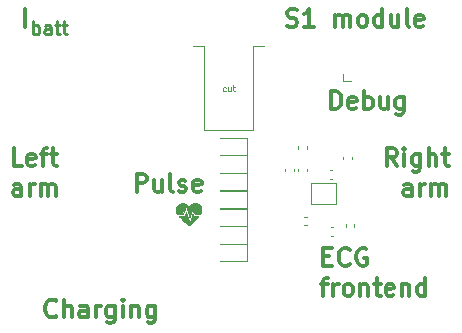
<source format=gbr>
%TF.GenerationSoftware,KiCad,Pcbnew,(5.1.9-0-10_14)*%
%TF.CreationDate,2021-08-19T00:24:07+02:00*%
%TF.ProjectId,s1-ecg-demo,73312d65-6367-42d6-9465-6d6f2e6b6963,1*%
%TF.SameCoordinates,Original*%
%TF.FileFunction,Legend,Top*%
%TF.FilePolarity,Positive*%
%FSLAX46Y46*%
G04 Gerber Fmt 4.6, Leading zero omitted, Abs format (unit mm)*
G04 Created by KiCad (PCBNEW (5.1.9-0-10_14)) date 2021-08-19 00:24:07*
%MOMM*%
%LPD*%
G01*
G04 APERTURE LIST*
%ADD10C,0.300000*%
%ADD11C,0.275000*%
%ADD12C,0.120000*%
%ADD13C,0.010000*%
%ADD14C,0.050000*%
%ADD15C,0.100000*%
G04 APERTURE END LIST*
D10*
X131335714Y-105128571D02*
X131335714Y-103628571D01*
X131907142Y-103628571D01*
X132050000Y-103700000D01*
X132121428Y-103771428D01*
X132192857Y-103914285D01*
X132192857Y-104128571D01*
X132121428Y-104271428D01*
X132050000Y-104342857D01*
X131907142Y-104414285D01*
X131335714Y-104414285D01*
X133478571Y-104128571D02*
X133478571Y-105128571D01*
X132835714Y-104128571D02*
X132835714Y-104914285D01*
X132907142Y-105057142D01*
X133050000Y-105128571D01*
X133264285Y-105128571D01*
X133407142Y-105057142D01*
X133478571Y-104985714D01*
X134407142Y-105128571D02*
X134264285Y-105057142D01*
X134192857Y-104914285D01*
X134192857Y-103628571D01*
X134907142Y-105057142D02*
X135050000Y-105128571D01*
X135335714Y-105128571D01*
X135478571Y-105057142D01*
X135550000Y-104914285D01*
X135550000Y-104842857D01*
X135478571Y-104700000D01*
X135335714Y-104628571D01*
X135121428Y-104628571D01*
X134978571Y-104557142D01*
X134907142Y-104414285D01*
X134907142Y-104342857D01*
X134978571Y-104200000D01*
X135121428Y-104128571D01*
X135335714Y-104128571D01*
X135478571Y-104200000D01*
X136764285Y-105057142D02*
X136621428Y-105128571D01*
X136335714Y-105128571D01*
X136192857Y-105057142D01*
X136121428Y-104914285D01*
X136121428Y-104342857D01*
X136192857Y-104200000D01*
X136335714Y-104128571D01*
X136621428Y-104128571D01*
X136764285Y-104200000D01*
X136835714Y-104342857D01*
X136835714Y-104485714D01*
X136121428Y-104628571D01*
D11*
X122585535Y-91797619D02*
X122585535Y-90697619D01*
X122585535Y-91116666D02*
X122690297Y-91064285D01*
X122899821Y-91064285D01*
X123004583Y-91116666D01*
X123056964Y-91169047D01*
X123109345Y-91273809D01*
X123109345Y-91588095D01*
X123056964Y-91692857D01*
X123004583Y-91745238D01*
X122899821Y-91797619D01*
X122690297Y-91797619D01*
X122585535Y-91745238D01*
X124052202Y-91797619D02*
X124052202Y-91221428D01*
X123999821Y-91116666D01*
X123895059Y-91064285D01*
X123685535Y-91064285D01*
X123580773Y-91116666D01*
X124052202Y-91745238D02*
X123947440Y-91797619D01*
X123685535Y-91797619D01*
X123580773Y-91745238D01*
X123528392Y-91640476D01*
X123528392Y-91535714D01*
X123580773Y-91430952D01*
X123685535Y-91378571D01*
X123947440Y-91378571D01*
X124052202Y-91326190D01*
X124418869Y-91064285D02*
X124837916Y-91064285D01*
X124576011Y-90697619D02*
X124576011Y-91640476D01*
X124628392Y-91745238D01*
X124733154Y-91797619D01*
X124837916Y-91797619D01*
X125047440Y-91064285D02*
X125466488Y-91064285D01*
X125204583Y-90697619D02*
X125204583Y-91640476D01*
X125256964Y-91745238D01*
X125361726Y-91797619D01*
X125466488Y-91797619D01*
D10*
X121897857Y-91178571D02*
X121897857Y-89678571D01*
X144080714Y-91107142D02*
X144295000Y-91178571D01*
X144652142Y-91178571D01*
X144795000Y-91107142D01*
X144866428Y-91035714D01*
X144937857Y-90892857D01*
X144937857Y-90750000D01*
X144866428Y-90607142D01*
X144795000Y-90535714D01*
X144652142Y-90464285D01*
X144366428Y-90392857D01*
X144223571Y-90321428D01*
X144152142Y-90250000D01*
X144080714Y-90107142D01*
X144080714Y-89964285D01*
X144152142Y-89821428D01*
X144223571Y-89750000D01*
X144366428Y-89678571D01*
X144723571Y-89678571D01*
X144937857Y-89750000D01*
X146366428Y-91178571D02*
X145509285Y-91178571D01*
X145937857Y-91178571D02*
X145937857Y-89678571D01*
X145795000Y-89892857D01*
X145652142Y-90035714D01*
X145509285Y-90107142D01*
X148152142Y-91178571D02*
X148152142Y-90178571D01*
X148152142Y-90321428D02*
X148223571Y-90250000D01*
X148366428Y-90178571D01*
X148580714Y-90178571D01*
X148723571Y-90250000D01*
X148795000Y-90392857D01*
X148795000Y-91178571D01*
X148795000Y-90392857D02*
X148866428Y-90250000D01*
X149009285Y-90178571D01*
X149223571Y-90178571D01*
X149366428Y-90250000D01*
X149437857Y-90392857D01*
X149437857Y-91178571D01*
X150366428Y-91178571D02*
X150223571Y-91107142D01*
X150152142Y-91035714D01*
X150080714Y-90892857D01*
X150080714Y-90464285D01*
X150152142Y-90321428D01*
X150223571Y-90250000D01*
X150366428Y-90178571D01*
X150580714Y-90178571D01*
X150723571Y-90250000D01*
X150795000Y-90321428D01*
X150866428Y-90464285D01*
X150866428Y-90892857D01*
X150795000Y-91035714D01*
X150723571Y-91107142D01*
X150580714Y-91178571D01*
X150366428Y-91178571D01*
X152152142Y-91178571D02*
X152152142Y-89678571D01*
X152152142Y-91107142D02*
X152009285Y-91178571D01*
X151723571Y-91178571D01*
X151580714Y-91107142D01*
X151509285Y-91035714D01*
X151437857Y-90892857D01*
X151437857Y-90464285D01*
X151509285Y-90321428D01*
X151580714Y-90250000D01*
X151723571Y-90178571D01*
X152009285Y-90178571D01*
X152152142Y-90250000D01*
X153509285Y-90178571D02*
X153509285Y-91178571D01*
X152866428Y-90178571D02*
X152866428Y-90964285D01*
X152937857Y-91107142D01*
X153080714Y-91178571D01*
X153295000Y-91178571D01*
X153437857Y-91107142D01*
X153509285Y-91035714D01*
X154437857Y-91178571D02*
X154295000Y-91107142D01*
X154223571Y-90964285D01*
X154223571Y-89678571D01*
X155580714Y-91107142D02*
X155437857Y-91178571D01*
X155152142Y-91178571D01*
X155009285Y-91107142D01*
X154937857Y-90964285D01*
X154937857Y-90392857D01*
X155009285Y-90250000D01*
X155152142Y-90178571D01*
X155437857Y-90178571D01*
X155580714Y-90250000D01*
X155652142Y-90392857D01*
X155652142Y-90535714D01*
X154937857Y-90678571D01*
X147828571Y-98128571D02*
X147828571Y-96628571D01*
X148185714Y-96628571D01*
X148400000Y-96700000D01*
X148542857Y-96842857D01*
X148614285Y-96985714D01*
X148685714Y-97271428D01*
X148685714Y-97485714D01*
X148614285Y-97771428D01*
X148542857Y-97914285D01*
X148400000Y-98057142D01*
X148185714Y-98128571D01*
X147828571Y-98128571D01*
X149900000Y-98057142D02*
X149757142Y-98128571D01*
X149471428Y-98128571D01*
X149328571Y-98057142D01*
X149257142Y-97914285D01*
X149257142Y-97342857D01*
X149328571Y-97200000D01*
X149471428Y-97128571D01*
X149757142Y-97128571D01*
X149900000Y-97200000D01*
X149971428Y-97342857D01*
X149971428Y-97485714D01*
X149257142Y-97628571D01*
X150614285Y-98128571D02*
X150614285Y-96628571D01*
X150614285Y-97200000D02*
X150757142Y-97128571D01*
X151042857Y-97128571D01*
X151185714Y-97200000D01*
X151257142Y-97271428D01*
X151328571Y-97414285D01*
X151328571Y-97842857D01*
X151257142Y-97985714D01*
X151185714Y-98057142D01*
X151042857Y-98128571D01*
X150757142Y-98128571D01*
X150614285Y-98057142D01*
X152614285Y-97128571D02*
X152614285Y-98128571D01*
X151971428Y-97128571D02*
X151971428Y-97914285D01*
X152042857Y-98057142D01*
X152185714Y-98128571D01*
X152400000Y-98128571D01*
X152542857Y-98057142D01*
X152614285Y-97985714D01*
X153971428Y-97128571D02*
X153971428Y-98342857D01*
X153900000Y-98485714D01*
X153828571Y-98557142D01*
X153685714Y-98628571D01*
X153471428Y-98628571D01*
X153328571Y-98557142D01*
X153971428Y-98057142D02*
X153828571Y-98128571D01*
X153542857Y-98128571D01*
X153400000Y-98057142D01*
X153328571Y-97985714D01*
X153257142Y-97842857D01*
X153257142Y-97414285D01*
X153328571Y-97271428D01*
X153400000Y-97200000D01*
X153542857Y-97128571D01*
X153828571Y-97128571D01*
X153971428Y-97200000D01*
X147152142Y-110617857D02*
X147652142Y-110617857D01*
X147866428Y-111403571D02*
X147152142Y-111403571D01*
X147152142Y-109903571D01*
X147866428Y-109903571D01*
X149366428Y-111260714D02*
X149295000Y-111332142D01*
X149080714Y-111403571D01*
X148937857Y-111403571D01*
X148723571Y-111332142D01*
X148580714Y-111189285D01*
X148509285Y-111046428D01*
X148437857Y-110760714D01*
X148437857Y-110546428D01*
X148509285Y-110260714D01*
X148580714Y-110117857D01*
X148723571Y-109975000D01*
X148937857Y-109903571D01*
X149080714Y-109903571D01*
X149295000Y-109975000D01*
X149366428Y-110046428D01*
X150795000Y-109975000D02*
X150652142Y-109903571D01*
X150437857Y-109903571D01*
X150223571Y-109975000D01*
X150080714Y-110117857D01*
X150009285Y-110260714D01*
X149937857Y-110546428D01*
X149937857Y-110760714D01*
X150009285Y-111046428D01*
X150080714Y-111189285D01*
X150223571Y-111332142D01*
X150437857Y-111403571D01*
X150580714Y-111403571D01*
X150795000Y-111332142D01*
X150866428Y-111260714D01*
X150866428Y-110760714D01*
X150580714Y-110760714D01*
X146937857Y-112953571D02*
X147509285Y-112953571D01*
X147152142Y-113953571D02*
X147152142Y-112667857D01*
X147223571Y-112525000D01*
X147366428Y-112453571D01*
X147509285Y-112453571D01*
X148009285Y-113953571D02*
X148009285Y-112953571D01*
X148009285Y-113239285D02*
X148080714Y-113096428D01*
X148152142Y-113025000D01*
X148295000Y-112953571D01*
X148437857Y-112953571D01*
X149152142Y-113953571D02*
X149009285Y-113882142D01*
X148937857Y-113810714D01*
X148866428Y-113667857D01*
X148866428Y-113239285D01*
X148937857Y-113096428D01*
X149009285Y-113025000D01*
X149152142Y-112953571D01*
X149366428Y-112953571D01*
X149509285Y-113025000D01*
X149580714Y-113096428D01*
X149652142Y-113239285D01*
X149652142Y-113667857D01*
X149580714Y-113810714D01*
X149509285Y-113882142D01*
X149366428Y-113953571D01*
X149152142Y-113953571D01*
X150295000Y-112953571D02*
X150295000Y-113953571D01*
X150295000Y-113096428D02*
X150366428Y-113025000D01*
X150509285Y-112953571D01*
X150723571Y-112953571D01*
X150866428Y-113025000D01*
X150937857Y-113167857D01*
X150937857Y-113953571D01*
X151437857Y-112953571D02*
X152009285Y-112953571D01*
X151652142Y-112453571D02*
X151652142Y-113739285D01*
X151723571Y-113882142D01*
X151866428Y-113953571D01*
X152009285Y-113953571D01*
X153080714Y-113882142D02*
X152937857Y-113953571D01*
X152652142Y-113953571D01*
X152509285Y-113882142D01*
X152437857Y-113739285D01*
X152437857Y-113167857D01*
X152509285Y-113025000D01*
X152652142Y-112953571D01*
X152937857Y-112953571D01*
X153080714Y-113025000D01*
X153152142Y-113167857D01*
X153152142Y-113310714D01*
X152437857Y-113453571D01*
X153795000Y-112953571D02*
X153795000Y-113953571D01*
X153795000Y-113096428D02*
X153866428Y-113025000D01*
X154009285Y-112953571D01*
X154223571Y-112953571D01*
X154366428Y-113025000D01*
X154437857Y-113167857D01*
X154437857Y-113953571D01*
X155795000Y-113953571D02*
X155795000Y-112453571D01*
X155795000Y-113882142D02*
X155652142Y-113953571D01*
X155366428Y-113953571D01*
X155223571Y-113882142D01*
X155152142Y-113810714D01*
X155080714Y-113667857D01*
X155080714Y-113239285D01*
X155152142Y-113096428D01*
X155223571Y-113025000D01*
X155366428Y-112953571D01*
X155652142Y-112953571D01*
X155795000Y-113025000D01*
X124550000Y-115635714D02*
X124478571Y-115707142D01*
X124264285Y-115778571D01*
X124121428Y-115778571D01*
X123907142Y-115707142D01*
X123764285Y-115564285D01*
X123692857Y-115421428D01*
X123621428Y-115135714D01*
X123621428Y-114921428D01*
X123692857Y-114635714D01*
X123764285Y-114492857D01*
X123907142Y-114350000D01*
X124121428Y-114278571D01*
X124264285Y-114278571D01*
X124478571Y-114350000D01*
X124550000Y-114421428D01*
X125192857Y-115778571D02*
X125192857Y-114278571D01*
X125835714Y-115778571D02*
X125835714Y-114992857D01*
X125764285Y-114850000D01*
X125621428Y-114778571D01*
X125407142Y-114778571D01*
X125264285Y-114850000D01*
X125192857Y-114921428D01*
X127192857Y-115778571D02*
X127192857Y-114992857D01*
X127121428Y-114850000D01*
X126978571Y-114778571D01*
X126692857Y-114778571D01*
X126550000Y-114850000D01*
X127192857Y-115707142D02*
X127050000Y-115778571D01*
X126692857Y-115778571D01*
X126550000Y-115707142D01*
X126478571Y-115564285D01*
X126478571Y-115421428D01*
X126550000Y-115278571D01*
X126692857Y-115207142D01*
X127050000Y-115207142D01*
X127192857Y-115135714D01*
X127907142Y-115778571D02*
X127907142Y-114778571D01*
X127907142Y-115064285D02*
X127978571Y-114921428D01*
X128050000Y-114850000D01*
X128192857Y-114778571D01*
X128335714Y-114778571D01*
X129478571Y-114778571D02*
X129478571Y-115992857D01*
X129407142Y-116135714D01*
X129335714Y-116207142D01*
X129192857Y-116278571D01*
X128978571Y-116278571D01*
X128835714Y-116207142D01*
X129478571Y-115707142D02*
X129335714Y-115778571D01*
X129050000Y-115778571D01*
X128907142Y-115707142D01*
X128835714Y-115635714D01*
X128764285Y-115492857D01*
X128764285Y-115064285D01*
X128835714Y-114921428D01*
X128907142Y-114850000D01*
X129050000Y-114778571D01*
X129335714Y-114778571D01*
X129478571Y-114850000D01*
X130192857Y-115778571D02*
X130192857Y-114778571D01*
X130192857Y-114278571D02*
X130121428Y-114350000D01*
X130192857Y-114421428D01*
X130264285Y-114350000D01*
X130192857Y-114278571D01*
X130192857Y-114421428D01*
X130907142Y-114778571D02*
X130907142Y-115778571D01*
X130907142Y-114921428D02*
X130978571Y-114850000D01*
X131121428Y-114778571D01*
X131335714Y-114778571D01*
X131478571Y-114850000D01*
X131550000Y-114992857D01*
X131550000Y-115778571D01*
X132907142Y-114778571D02*
X132907142Y-115992857D01*
X132835714Y-116135714D01*
X132764285Y-116207142D01*
X132621428Y-116278571D01*
X132407142Y-116278571D01*
X132264285Y-116207142D01*
X132907142Y-115707142D02*
X132764285Y-115778571D01*
X132478571Y-115778571D01*
X132335714Y-115707142D01*
X132264285Y-115635714D01*
X132192857Y-115492857D01*
X132192857Y-115064285D01*
X132264285Y-114921428D01*
X132335714Y-114850000D01*
X132478571Y-114778571D01*
X132764285Y-114778571D01*
X132907142Y-114850000D01*
X153358571Y-102953571D02*
X152858571Y-102239285D01*
X152501428Y-102953571D02*
X152501428Y-101453571D01*
X153072857Y-101453571D01*
X153215714Y-101525000D01*
X153287142Y-101596428D01*
X153358571Y-101739285D01*
X153358571Y-101953571D01*
X153287142Y-102096428D01*
X153215714Y-102167857D01*
X153072857Y-102239285D01*
X152501428Y-102239285D01*
X154001428Y-102953571D02*
X154001428Y-101953571D01*
X154001428Y-101453571D02*
X153930000Y-101525000D01*
X154001428Y-101596428D01*
X154072857Y-101525000D01*
X154001428Y-101453571D01*
X154001428Y-101596428D01*
X155358571Y-101953571D02*
X155358571Y-103167857D01*
X155287142Y-103310714D01*
X155215714Y-103382142D01*
X155072857Y-103453571D01*
X154858571Y-103453571D01*
X154715714Y-103382142D01*
X155358571Y-102882142D02*
X155215714Y-102953571D01*
X154930000Y-102953571D01*
X154787142Y-102882142D01*
X154715714Y-102810714D01*
X154644285Y-102667857D01*
X154644285Y-102239285D01*
X154715714Y-102096428D01*
X154787142Y-102025000D01*
X154930000Y-101953571D01*
X155215714Y-101953571D01*
X155358571Y-102025000D01*
X156072857Y-102953571D02*
X156072857Y-101453571D01*
X156715714Y-102953571D02*
X156715714Y-102167857D01*
X156644285Y-102025000D01*
X156501428Y-101953571D01*
X156287142Y-101953571D01*
X156144285Y-102025000D01*
X156072857Y-102096428D01*
X157215714Y-101953571D02*
X157787142Y-101953571D01*
X157430000Y-101453571D02*
X157430000Y-102739285D01*
X157501428Y-102882142D01*
X157644285Y-102953571D01*
X157787142Y-102953571D01*
X154644285Y-105503571D02*
X154644285Y-104717857D01*
X154572857Y-104575000D01*
X154430000Y-104503571D01*
X154144285Y-104503571D01*
X154001428Y-104575000D01*
X154644285Y-105432142D02*
X154501428Y-105503571D01*
X154144285Y-105503571D01*
X154001428Y-105432142D01*
X153930000Y-105289285D01*
X153930000Y-105146428D01*
X154001428Y-105003571D01*
X154144285Y-104932142D01*
X154501428Y-104932142D01*
X154644285Y-104860714D01*
X155358571Y-105503571D02*
X155358571Y-104503571D01*
X155358571Y-104789285D02*
X155430000Y-104646428D01*
X155501428Y-104575000D01*
X155644285Y-104503571D01*
X155787142Y-104503571D01*
X156287142Y-105503571D02*
X156287142Y-104503571D01*
X156287142Y-104646428D02*
X156358571Y-104575000D01*
X156501428Y-104503571D01*
X156715714Y-104503571D01*
X156858571Y-104575000D01*
X156930000Y-104717857D01*
X156930000Y-105503571D01*
X156930000Y-104717857D02*
X157001428Y-104575000D01*
X157144285Y-104503571D01*
X157358571Y-104503571D01*
X157501428Y-104575000D01*
X157572857Y-104717857D01*
X157572857Y-105503571D01*
X121641428Y-102953571D02*
X120927142Y-102953571D01*
X120927142Y-101453571D01*
X122712857Y-102882142D02*
X122570000Y-102953571D01*
X122284285Y-102953571D01*
X122141428Y-102882142D01*
X122070000Y-102739285D01*
X122070000Y-102167857D01*
X122141428Y-102025000D01*
X122284285Y-101953571D01*
X122570000Y-101953571D01*
X122712857Y-102025000D01*
X122784285Y-102167857D01*
X122784285Y-102310714D01*
X122070000Y-102453571D01*
X123212857Y-101953571D02*
X123784285Y-101953571D01*
X123427142Y-102953571D02*
X123427142Y-101667857D01*
X123498571Y-101525000D01*
X123641428Y-101453571D01*
X123784285Y-101453571D01*
X124070000Y-101953571D02*
X124641428Y-101953571D01*
X124284285Y-101453571D02*
X124284285Y-102739285D01*
X124355714Y-102882142D01*
X124498571Y-102953571D01*
X124641428Y-102953571D01*
X121570000Y-105503571D02*
X121570000Y-104717857D01*
X121498571Y-104575000D01*
X121355714Y-104503571D01*
X121070000Y-104503571D01*
X120927142Y-104575000D01*
X121570000Y-105432142D02*
X121427142Y-105503571D01*
X121070000Y-105503571D01*
X120927142Y-105432142D01*
X120855714Y-105289285D01*
X120855714Y-105146428D01*
X120927142Y-105003571D01*
X121070000Y-104932142D01*
X121427142Y-104932142D01*
X121570000Y-104860714D01*
X122284285Y-105503571D02*
X122284285Y-104503571D01*
X122284285Y-104789285D02*
X122355714Y-104646428D01*
X122427142Y-104575000D01*
X122570000Y-104503571D01*
X122712857Y-104503571D01*
X123212857Y-105503571D02*
X123212857Y-104503571D01*
X123212857Y-104646428D02*
X123284285Y-104575000D01*
X123427142Y-104503571D01*
X123641428Y-104503571D01*
X123784285Y-104575000D01*
X123855714Y-104717857D01*
X123855714Y-105503571D01*
X123855714Y-104717857D02*
X123927142Y-104575000D01*
X124070000Y-104503571D01*
X124284285Y-104503571D01*
X124427142Y-104575000D01*
X124498571Y-104717857D01*
X124498571Y-105503571D01*
D12*
%TO.C,C8*%
X144660000Y-103427836D02*
X144660000Y-103212164D01*
X143940000Y-103427836D02*
X143940000Y-103212164D01*
%TO.C,LED4*%
X138395799Y-108035000D02*
X140680799Y-108035000D01*
X140680799Y-108035000D02*
X140680799Y-106565000D01*
X140680799Y-106565000D02*
X138395799Y-106565000D01*
D13*
%TO.C,FID3*%
G36*
X136276840Y-106121747D02*
G01*
X136314249Y-106123434D01*
X136352068Y-106126548D01*
X136387685Y-106130928D01*
X136414115Y-106135494D01*
X136480825Y-106153003D01*
X136542435Y-106177136D01*
X136598735Y-106207608D01*
X136649512Y-106244130D01*
X136694557Y-106286414D01*
X136733656Y-106334173D01*
X136766600Y-106387120D01*
X136793177Y-106444966D01*
X136813176Y-106507425D01*
X136826385Y-106574208D01*
X136832593Y-106645028D01*
X136832356Y-106704902D01*
X136827382Y-106761910D01*
X136817186Y-106816676D01*
X136801306Y-106870619D01*
X136779278Y-106925158D01*
X136750642Y-106981712D01*
X136731377Y-107015075D01*
X136710398Y-107050000D01*
X136262259Y-107050000D01*
X136194085Y-106913475D01*
X136178058Y-106881606D01*
X136162866Y-106851824D01*
X136149000Y-106825060D01*
X136136952Y-106802246D01*
X136127214Y-106784315D01*
X136120277Y-106772199D01*
X136116813Y-106767013D01*
X136100559Y-106753944D01*
X136080679Y-106744683D01*
X136060971Y-106740975D01*
X136060099Y-106740967D01*
X136042806Y-106743826D01*
X136024239Y-106751276D01*
X136007886Y-106761621D01*
X135998801Y-106770759D01*
X135996252Y-106776606D01*
X135991529Y-106789859D01*
X135984857Y-106809804D01*
X135976462Y-106835728D01*
X135966569Y-106866916D01*
X135955405Y-106902656D01*
X135943195Y-106942235D01*
X135930165Y-106984937D01*
X135916541Y-107030050D01*
X135912414Y-107043809D01*
X135898778Y-107089228D01*
X135885803Y-107132250D01*
X135873701Y-107172189D01*
X135862681Y-107208359D01*
X135852954Y-107240072D01*
X135844732Y-107266643D01*
X135838225Y-107287385D01*
X135833644Y-107301612D01*
X135831199Y-107308638D01*
X135830898Y-107309259D01*
X135829357Y-107305718D01*
X135825668Y-107294565D01*
X135819988Y-107276337D01*
X135812476Y-107251570D01*
X135803288Y-107220798D01*
X135792582Y-107184558D01*
X135780517Y-107143384D01*
X135767250Y-107097814D01*
X135752938Y-107048381D01*
X135737740Y-106995623D01*
X135721813Y-106940074D01*
X135709976Y-106898626D01*
X135693541Y-106841064D01*
X135677684Y-106785673D01*
X135662567Y-106733011D01*
X135648352Y-106683639D01*
X135635201Y-106638115D01*
X135623279Y-106596999D01*
X135612745Y-106560852D01*
X135603765Y-106530231D01*
X135596499Y-106505697D01*
X135591110Y-106487809D01*
X135587761Y-106477127D01*
X135586732Y-106474266D01*
X135573126Y-106455200D01*
X135555228Y-106441970D01*
X135534625Y-106434557D01*
X135512903Y-106432943D01*
X135491646Y-106437106D01*
X135472442Y-106447030D01*
X135456875Y-106462694D01*
X135449467Y-106475924D01*
X135447195Y-106482936D01*
X135443085Y-106497443D01*
X135437325Y-106518720D01*
X135430104Y-106546040D01*
X135421610Y-106578679D01*
X135412031Y-106615911D01*
X135401556Y-106657010D01*
X135390372Y-106701251D01*
X135378668Y-106747908D01*
X135372744Y-106771658D01*
X135303449Y-107050000D01*
X134789601Y-107050000D01*
X134768623Y-107015075D01*
X134736036Y-106956725D01*
X134710323Y-106901190D01*
X134691024Y-106847054D01*
X134677679Y-106792902D01*
X134669826Y-106737321D01*
X134667653Y-106704983D01*
X134668009Y-106631467D01*
X134675446Y-106561517D01*
X134689852Y-106495465D01*
X134711118Y-106433641D01*
X134739132Y-106376379D01*
X134773785Y-106324009D01*
X134807778Y-106284215D01*
X134853960Y-106241498D01*
X134904515Y-106205467D01*
X134959733Y-106175997D01*
X135019905Y-106152966D01*
X135085322Y-106136253D01*
X135156276Y-106125733D01*
X135189944Y-106122996D01*
X135250785Y-106121828D01*
X135308404Y-106126365D01*
X135363899Y-106136950D01*
X135418369Y-106153927D01*
X135472912Y-106177638D01*
X135528626Y-106208425D01*
X135586611Y-106246633D01*
X135587016Y-106246920D01*
X135641910Y-106287435D01*
X135689285Y-106326062D01*
X135721425Y-106355210D01*
X135750000Y-106382522D01*
X135778575Y-106355210D01*
X135817547Y-106320285D01*
X135862673Y-106283909D01*
X135912138Y-106247491D01*
X135953848Y-106219120D01*
X136015222Y-106183401D01*
X136078336Y-106155494D01*
X136142618Y-106135609D01*
X136207492Y-106123959D01*
X136213706Y-106123284D01*
X136242455Y-106121643D01*
X136276840Y-106121747D01*
G37*
X136276840Y-106121747D02*
X136314249Y-106123434D01*
X136352068Y-106126548D01*
X136387685Y-106130928D01*
X136414115Y-106135494D01*
X136480825Y-106153003D01*
X136542435Y-106177136D01*
X136598735Y-106207608D01*
X136649512Y-106244130D01*
X136694557Y-106286414D01*
X136733656Y-106334173D01*
X136766600Y-106387120D01*
X136793177Y-106444966D01*
X136813176Y-106507425D01*
X136826385Y-106574208D01*
X136832593Y-106645028D01*
X136832356Y-106704902D01*
X136827382Y-106761910D01*
X136817186Y-106816676D01*
X136801306Y-106870619D01*
X136779278Y-106925158D01*
X136750642Y-106981712D01*
X136731377Y-107015075D01*
X136710398Y-107050000D01*
X136262259Y-107050000D01*
X136194085Y-106913475D01*
X136178058Y-106881606D01*
X136162866Y-106851824D01*
X136149000Y-106825060D01*
X136136952Y-106802246D01*
X136127214Y-106784315D01*
X136120277Y-106772199D01*
X136116813Y-106767013D01*
X136100559Y-106753944D01*
X136080679Y-106744683D01*
X136060971Y-106740975D01*
X136060099Y-106740967D01*
X136042806Y-106743826D01*
X136024239Y-106751276D01*
X136007886Y-106761621D01*
X135998801Y-106770759D01*
X135996252Y-106776606D01*
X135991529Y-106789859D01*
X135984857Y-106809804D01*
X135976462Y-106835728D01*
X135966569Y-106866916D01*
X135955405Y-106902656D01*
X135943195Y-106942235D01*
X135930165Y-106984937D01*
X135916541Y-107030050D01*
X135912414Y-107043809D01*
X135898778Y-107089228D01*
X135885803Y-107132250D01*
X135873701Y-107172189D01*
X135862681Y-107208359D01*
X135852954Y-107240072D01*
X135844732Y-107266643D01*
X135838225Y-107287385D01*
X135833644Y-107301612D01*
X135831199Y-107308638D01*
X135830898Y-107309259D01*
X135829357Y-107305718D01*
X135825668Y-107294565D01*
X135819988Y-107276337D01*
X135812476Y-107251570D01*
X135803288Y-107220798D01*
X135792582Y-107184558D01*
X135780517Y-107143384D01*
X135767250Y-107097814D01*
X135752938Y-107048381D01*
X135737740Y-106995623D01*
X135721813Y-106940074D01*
X135709976Y-106898626D01*
X135693541Y-106841064D01*
X135677684Y-106785673D01*
X135662567Y-106733011D01*
X135648352Y-106683639D01*
X135635201Y-106638115D01*
X135623279Y-106596999D01*
X135612745Y-106560852D01*
X135603765Y-106530231D01*
X135596499Y-106505697D01*
X135591110Y-106487809D01*
X135587761Y-106477127D01*
X135586732Y-106474266D01*
X135573126Y-106455200D01*
X135555228Y-106441970D01*
X135534625Y-106434557D01*
X135512903Y-106432943D01*
X135491646Y-106437106D01*
X135472442Y-106447030D01*
X135456875Y-106462694D01*
X135449467Y-106475924D01*
X135447195Y-106482936D01*
X135443085Y-106497443D01*
X135437325Y-106518720D01*
X135430104Y-106546040D01*
X135421610Y-106578679D01*
X135412031Y-106615911D01*
X135401556Y-106657010D01*
X135390372Y-106701251D01*
X135378668Y-106747908D01*
X135372744Y-106771658D01*
X135303449Y-107050000D01*
X134789601Y-107050000D01*
X134768623Y-107015075D01*
X134736036Y-106956725D01*
X134710323Y-106901190D01*
X134691024Y-106847054D01*
X134677679Y-106792902D01*
X134669826Y-106737321D01*
X134667653Y-106704983D01*
X134668009Y-106631467D01*
X134675446Y-106561517D01*
X134689852Y-106495465D01*
X134711118Y-106433641D01*
X134739132Y-106376379D01*
X134773785Y-106324009D01*
X134807778Y-106284215D01*
X134853960Y-106241498D01*
X134904515Y-106205467D01*
X134959733Y-106175997D01*
X135019905Y-106152966D01*
X135085322Y-106136253D01*
X135156276Y-106125733D01*
X135189944Y-106122996D01*
X135250785Y-106121828D01*
X135308404Y-106126365D01*
X135363899Y-106136950D01*
X135418369Y-106153927D01*
X135472912Y-106177638D01*
X135528626Y-106208425D01*
X135586611Y-106246633D01*
X135587016Y-106246920D01*
X135641910Y-106287435D01*
X135689285Y-106326062D01*
X135721425Y-106355210D01*
X135750000Y-106382522D01*
X135778575Y-106355210D01*
X135817547Y-106320285D01*
X135862673Y-106283909D01*
X135912138Y-106247491D01*
X135953848Y-106219120D01*
X136015222Y-106183401D01*
X136078336Y-106155494D01*
X136142618Y-106135609D01*
X136207492Y-106123959D01*
X136213706Y-106123284D01*
X136242455Y-106121643D01*
X136276840Y-106121747D01*
G36*
X135522240Y-106818297D02*
G01*
X135526164Y-106828886D01*
X135532286Y-106847568D01*
X135540607Y-106874350D01*
X135551131Y-106909244D01*
X135563860Y-106952259D01*
X135578797Y-107003404D01*
X135595946Y-107062690D01*
X135615309Y-107130125D01*
X135636889Y-107205721D01*
X135639522Y-107214971D01*
X135658147Y-107280230D01*
X135675677Y-107341289D01*
X135691992Y-107397746D01*
X135706974Y-107449202D01*
X135720503Y-107495255D01*
X135732461Y-107535505D01*
X135742729Y-107569550D01*
X135751187Y-107596990D01*
X135757717Y-107617424D01*
X135762199Y-107630450D01*
X135764342Y-107635448D01*
X135779233Y-107650791D01*
X135799177Y-107661599D01*
X135821630Y-107667081D01*
X135844051Y-107666443D01*
X135854499Y-107663564D01*
X135867206Y-107656427D01*
X135880702Y-107645461D01*
X135891420Y-107633725D01*
X135894054Y-107629642D01*
X135895844Y-107624572D01*
X135899860Y-107612054D01*
X135905897Y-107592749D01*
X135913753Y-107567319D01*
X135923226Y-107536428D01*
X135934113Y-107500738D01*
X135946212Y-107460910D01*
X135959319Y-107417608D01*
X135973232Y-107371494D01*
X135984721Y-107333309D01*
X135999138Y-107285378D01*
X136012910Y-107239691D01*
X136025833Y-107196915D01*
X136037704Y-107157717D01*
X136048319Y-107122765D01*
X136057477Y-107092727D01*
X136064973Y-107068270D01*
X136070605Y-107050062D01*
X136074170Y-107038771D01*
X136075389Y-107035183D01*
X136077241Y-107033477D01*
X136080272Y-107035468D01*
X136084944Y-107041906D01*
X136091718Y-107053540D01*
X136101057Y-107071120D01*
X136113421Y-107095394D01*
X136117518Y-107103552D01*
X136132115Y-107132217D01*
X136143835Y-107154085D01*
X136153245Y-107170092D01*
X136160910Y-107181176D01*
X136167398Y-107188274D01*
X136169969Y-107190335D01*
X136183917Y-107200283D01*
X136381825Y-107201462D01*
X136421850Y-107201776D01*
X136459166Y-107202216D01*
X136492942Y-107202760D01*
X136522349Y-107203389D01*
X136546560Y-107204083D01*
X136564745Y-107204820D01*
X136576074Y-107205581D01*
X136579733Y-107206304D01*
X136576743Y-107209783D01*
X136568067Y-107218685D01*
X136554144Y-107232585D01*
X136535414Y-107251062D01*
X136512316Y-107273692D01*
X136485291Y-107300054D01*
X136454777Y-107329723D01*
X136421214Y-107362278D01*
X136385043Y-107397296D01*
X136346702Y-107434354D01*
X136306631Y-107473030D01*
X136265270Y-107512901D01*
X136223058Y-107553544D01*
X136180436Y-107594536D01*
X136137842Y-107635456D01*
X136095717Y-107675879D01*
X136054500Y-107715384D01*
X136014630Y-107753548D01*
X135976547Y-107789948D01*
X135940692Y-107824161D01*
X135907502Y-107855766D01*
X135877419Y-107884338D01*
X135850882Y-107909456D01*
X135828330Y-107930697D01*
X135810203Y-107947638D01*
X135796940Y-107959856D01*
X135788982Y-107966929D01*
X135786943Y-107968524D01*
X135763867Y-107977637D01*
X135740553Y-107978506D01*
X135726717Y-107974999D01*
X135716141Y-107971161D01*
X135709675Y-107968924D01*
X135708866Y-107968697D01*
X135705622Y-107965800D01*
X135696740Y-107957432D01*
X135682656Y-107944015D01*
X135663809Y-107925973D01*
X135640638Y-107903729D01*
X135613579Y-107877708D01*
X135583071Y-107848333D01*
X135549551Y-107816026D01*
X135513458Y-107781213D01*
X135475229Y-107744316D01*
X135435303Y-107705759D01*
X135394117Y-107665965D01*
X135352108Y-107625358D01*
X135309716Y-107584362D01*
X135267378Y-107543400D01*
X135225531Y-107502896D01*
X135184615Y-107463273D01*
X135145065Y-107424955D01*
X135107322Y-107388365D01*
X135071821Y-107353927D01*
X135039002Y-107322064D01*
X135009302Y-107293200D01*
X134983159Y-107267759D01*
X134961012Y-107246164D01*
X134943297Y-107228839D01*
X134930453Y-107216207D01*
X134922917Y-107208691D01*
X134921007Y-107206654D01*
X134924857Y-107205726D01*
X134936827Y-107204861D01*
X134956574Y-107204067D01*
X134983749Y-107203351D01*
X135018009Y-107202722D01*
X135059007Y-107202186D01*
X135106399Y-107201753D01*
X135156289Y-107201445D01*
X135392948Y-107200283D01*
X135408760Y-107188221D01*
X135419964Y-107177754D01*
X135428819Y-107166200D01*
X135430629Y-107162821D01*
X135432967Y-107155833D01*
X135437052Y-107141592D01*
X135442629Y-107121070D01*
X135449441Y-107095240D01*
X135457233Y-107065075D01*
X135465749Y-107031548D01*
X135474733Y-106995632D01*
X135476996Y-106986500D01*
X135485949Y-106950426D01*
X135494373Y-106916736D01*
X135502028Y-106886358D01*
X135508679Y-106860225D01*
X135514088Y-106839265D01*
X135518017Y-106824409D01*
X135520231Y-106816588D01*
X135520509Y-106815790D01*
X135522240Y-106818297D01*
G37*
X135522240Y-106818297D02*
X135526164Y-106828886D01*
X135532286Y-106847568D01*
X135540607Y-106874350D01*
X135551131Y-106909244D01*
X135563860Y-106952259D01*
X135578797Y-107003404D01*
X135595946Y-107062690D01*
X135615309Y-107130125D01*
X135636889Y-107205721D01*
X135639522Y-107214971D01*
X135658147Y-107280230D01*
X135675677Y-107341289D01*
X135691992Y-107397746D01*
X135706974Y-107449202D01*
X135720503Y-107495255D01*
X135732461Y-107535505D01*
X135742729Y-107569550D01*
X135751187Y-107596990D01*
X135757717Y-107617424D01*
X135762199Y-107630450D01*
X135764342Y-107635448D01*
X135779233Y-107650791D01*
X135799177Y-107661599D01*
X135821630Y-107667081D01*
X135844051Y-107666443D01*
X135854499Y-107663564D01*
X135867206Y-107656427D01*
X135880702Y-107645461D01*
X135891420Y-107633725D01*
X135894054Y-107629642D01*
X135895844Y-107624572D01*
X135899860Y-107612054D01*
X135905897Y-107592749D01*
X135913753Y-107567319D01*
X135923226Y-107536428D01*
X135934113Y-107500738D01*
X135946212Y-107460910D01*
X135959319Y-107417608D01*
X135973232Y-107371494D01*
X135984721Y-107333309D01*
X135999138Y-107285378D01*
X136012910Y-107239691D01*
X136025833Y-107196915D01*
X136037704Y-107157717D01*
X136048319Y-107122765D01*
X136057477Y-107092727D01*
X136064973Y-107068270D01*
X136070605Y-107050062D01*
X136074170Y-107038771D01*
X136075389Y-107035183D01*
X136077241Y-107033477D01*
X136080272Y-107035468D01*
X136084944Y-107041906D01*
X136091718Y-107053540D01*
X136101057Y-107071120D01*
X136113421Y-107095394D01*
X136117518Y-107103552D01*
X136132115Y-107132217D01*
X136143835Y-107154085D01*
X136153245Y-107170092D01*
X136160910Y-107181176D01*
X136167398Y-107188274D01*
X136169969Y-107190335D01*
X136183917Y-107200283D01*
X136381825Y-107201462D01*
X136421850Y-107201776D01*
X136459166Y-107202216D01*
X136492942Y-107202760D01*
X136522349Y-107203389D01*
X136546560Y-107204083D01*
X136564745Y-107204820D01*
X136576074Y-107205581D01*
X136579733Y-107206304D01*
X136576743Y-107209783D01*
X136568067Y-107218685D01*
X136554144Y-107232585D01*
X136535414Y-107251062D01*
X136512316Y-107273692D01*
X136485291Y-107300054D01*
X136454777Y-107329723D01*
X136421214Y-107362278D01*
X136385043Y-107397296D01*
X136346702Y-107434354D01*
X136306631Y-107473030D01*
X136265270Y-107512901D01*
X136223058Y-107553544D01*
X136180436Y-107594536D01*
X136137842Y-107635456D01*
X136095717Y-107675879D01*
X136054500Y-107715384D01*
X136014630Y-107753548D01*
X135976547Y-107789948D01*
X135940692Y-107824161D01*
X135907502Y-107855766D01*
X135877419Y-107884338D01*
X135850882Y-107909456D01*
X135828330Y-107930697D01*
X135810203Y-107947638D01*
X135796940Y-107959856D01*
X135788982Y-107966929D01*
X135786943Y-107968524D01*
X135763867Y-107977637D01*
X135740553Y-107978506D01*
X135726717Y-107974999D01*
X135716141Y-107971161D01*
X135709675Y-107968924D01*
X135708866Y-107968697D01*
X135705622Y-107965800D01*
X135696740Y-107957432D01*
X135682656Y-107944015D01*
X135663809Y-107925973D01*
X135640638Y-107903729D01*
X135613579Y-107877708D01*
X135583071Y-107848333D01*
X135549551Y-107816026D01*
X135513458Y-107781213D01*
X135475229Y-107744316D01*
X135435303Y-107705759D01*
X135394117Y-107665965D01*
X135352108Y-107625358D01*
X135309716Y-107584362D01*
X135267378Y-107543400D01*
X135225531Y-107502896D01*
X135184615Y-107463273D01*
X135145065Y-107424955D01*
X135107322Y-107388365D01*
X135071821Y-107353927D01*
X135039002Y-107322064D01*
X135009302Y-107293200D01*
X134983159Y-107267759D01*
X134961012Y-107246164D01*
X134943297Y-107228839D01*
X134930453Y-107216207D01*
X134922917Y-107208691D01*
X134921007Y-107206654D01*
X134924857Y-107205726D01*
X134936827Y-107204861D01*
X134956574Y-107204067D01*
X134983749Y-107203351D01*
X135018009Y-107202722D01*
X135059007Y-107202186D01*
X135106399Y-107201753D01*
X135156289Y-107201445D01*
X135392948Y-107200283D01*
X135408760Y-107188221D01*
X135419964Y-107177754D01*
X135428819Y-107166200D01*
X135430629Y-107162821D01*
X135432967Y-107155833D01*
X135437052Y-107141592D01*
X135442629Y-107121070D01*
X135449441Y-107095240D01*
X135457233Y-107065075D01*
X135465749Y-107031548D01*
X135474733Y-106995632D01*
X135476996Y-106986500D01*
X135485949Y-106950426D01*
X135494373Y-106916736D01*
X135502028Y-106886358D01*
X135508679Y-106860225D01*
X135514088Y-106839265D01*
X135518017Y-106824409D01*
X135520231Y-106816588D01*
X135520509Y-106815790D01*
X135522240Y-106818297D01*
D12*
%TO.C,LED7*%
X138395799Y-105035000D02*
X140680799Y-105035000D01*
X140680799Y-105035000D02*
X140680799Y-103565000D01*
X140680799Y-103565000D02*
X138395799Y-103565000D01*
%TO.C,LED6*%
X138395799Y-103535000D02*
X140680799Y-103535000D01*
X140680799Y-103535000D02*
X140680799Y-102065000D01*
X140680799Y-102065000D02*
X138395799Y-102065000D01*
%TO.C,LED5*%
X138395799Y-102035000D02*
X140680799Y-102035000D01*
X140680799Y-102035000D02*
X140680799Y-100565000D01*
X140680799Y-100565000D02*
X138395799Y-100565000D01*
%TO.C,LED3*%
X138395799Y-109535000D02*
X140680799Y-109535000D01*
X140680799Y-109535000D02*
X140680799Y-108065000D01*
X140680799Y-108065000D02*
X138395799Y-108065000D01*
%TO.C,LED2*%
X138395799Y-111035000D02*
X140680799Y-111035000D01*
X140680799Y-111035000D02*
X140680799Y-109565000D01*
X140680799Y-109565000D02*
X138395799Y-109565000D01*
%TO.C,LED1*%
X138395799Y-106535000D02*
X140680799Y-106535000D01*
X140680799Y-106535000D02*
X140680799Y-105065000D01*
X140680799Y-105065000D02*
X138395799Y-105065000D01*
%TO.C,C7*%
X145040000Y-101507836D02*
X145040000Y-101292164D01*
X145760000Y-101507836D02*
X145760000Y-101292164D01*
%TO.C,C6*%
X145040000Y-103407836D02*
X145040000Y-103192164D01*
X145760000Y-103407836D02*
X145760000Y-103192164D01*
%TO.C,C5*%
X147907836Y-104060000D02*
X147692164Y-104060000D01*
X147907836Y-103340000D02*
X147692164Y-103340000D01*
%TO.C,C4*%
X148007836Y-108860000D02*
X147792164Y-108860000D01*
X148007836Y-108140000D02*
X147792164Y-108140000D01*
%TO.C,C3*%
X149040000Y-108127836D02*
X149040000Y-107912164D01*
X149760000Y-108127836D02*
X149760000Y-107912164D01*
%TO.C,C2*%
X145512164Y-107240000D02*
X145727836Y-107240000D01*
X145512164Y-107960000D02*
X145727836Y-107960000D01*
%TO.C,C1*%
X149560000Y-102192164D02*
X149560000Y-102407836D01*
X148840000Y-102192164D02*
X148840000Y-102407836D01*
%TO.C,J5*%
X148845000Y-95770000D02*
X148845000Y-95135000D01*
X149480000Y-95770000D02*
X148845000Y-95770000D01*
D14*
%TO.C,MOD1*%
X137074201Y-99900000D02*
X141174201Y-99900000D01*
X137074201Y-99900000D02*
X137074201Y-92775000D01*
X141174201Y-99900000D02*
X141174201Y-92775000D01*
X141174201Y-92775000D02*
X142124201Y-92775000D01*
X137074201Y-92775000D02*
X136124201Y-92775000D01*
D15*
%TO.C,U1*%
X146130000Y-104390000D02*
G75*
G03*
X146130000Y-104390000I-50000J0D01*
G01*
D14*
X148210000Y-104420000D02*
X146110000Y-104420000D01*
X148210000Y-106180000D02*
X146110000Y-106180000D01*
X148210000Y-106180000D02*
X148210000Y-104420000D01*
X146110000Y-106180000D02*
X146110000Y-104420000D01*
%TO.C,MOD1*%
D15*
X138874201Y-96602380D02*
X138826581Y-96626190D01*
X138731343Y-96626190D01*
X138683724Y-96602380D01*
X138659915Y-96578571D01*
X138636105Y-96530952D01*
X138636105Y-96388095D01*
X138659915Y-96340476D01*
X138683724Y-96316666D01*
X138731343Y-96292857D01*
X138826581Y-96292857D01*
X138874201Y-96316666D01*
X139302772Y-96292857D02*
X139302772Y-96626190D01*
X139088486Y-96292857D02*
X139088486Y-96554761D01*
X139112296Y-96602380D01*
X139159915Y-96626190D01*
X139231343Y-96626190D01*
X139278962Y-96602380D01*
X139302772Y-96578571D01*
X139469439Y-96292857D02*
X139659915Y-96292857D01*
X139540867Y-96126190D02*
X139540867Y-96554761D01*
X139564677Y-96602380D01*
X139612296Y-96626190D01*
X139659915Y-96626190D01*
%TD*%
M02*

</source>
